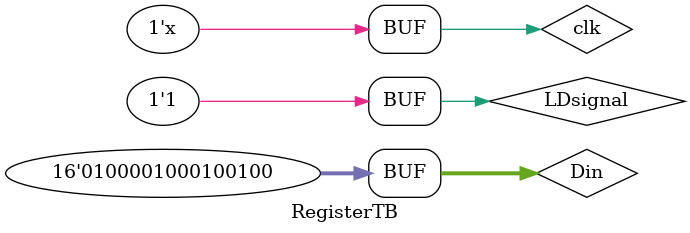
<source format=v>
`timescale 1ns/1ps
module RegisterTB();
	reg clk = 0;
	reg LDsignal;
	reg [15:0] Din;
	wire [15:0] Dout;
	
	Register register(clk, LDsignal,Din,Dout);
	
	always
		#(5) clk<=!clk;
		
		
	initial begin
	
		#(10);
		LDsignal = 1;
		Din = 16'b0100001000100100;
		
	end 
endmodule

</source>
